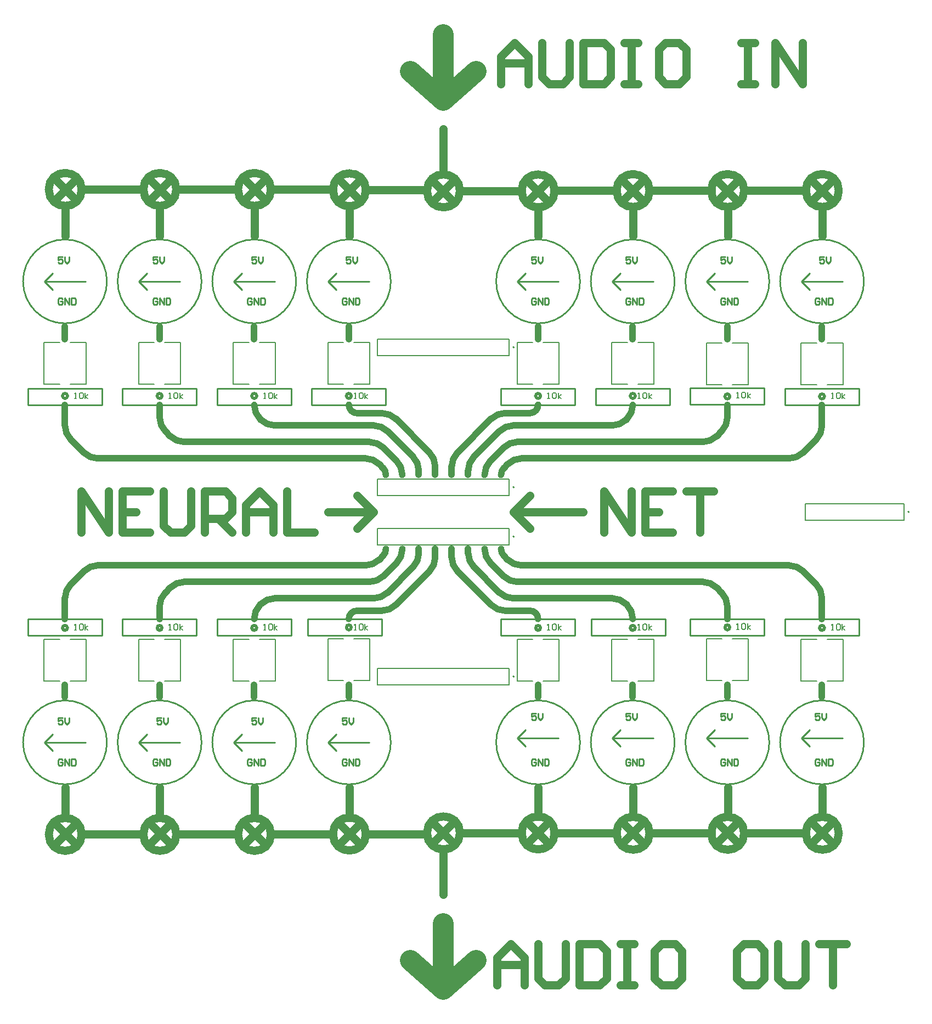
<source format=gbr>
%TF.GenerationSoftware,Altium Limited,Altium Designer,24.0.1 (36)*%
G04 Layer_Color=16777215*
%FSLAX45Y45*%
%MOMM*%
%TF.SameCoordinates,30B9EBA5-48D0-47E5-9341-C4D43BC7BEBE*%
%TF.FilePolarity,Positive*%
%TF.FileFunction,Legend,Top*%
%TF.Part,Single*%
G01*
G75*
%TA.AperFunction,NonConductor*%
%ADD16C,0.20000*%
%ADD17C,1.27000*%
%ADD18C,0.25400*%
%ADD19C,0.50800*%
%ADD20C,1.01600*%
%ADD21C,3.17500*%
%ADD22C,0.15240*%
%ADD23C,0.20320*%
D16*
X7187000Y0D02*
G03*
X7187000Y0I-10000J0D01*
G01*
X1091000Y-2540000D02*
G03*
X1091000Y-2540000I-10000J0D01*
G01*
Y2540000D02*
G03*
X1091000Y2540000I-10000J0D01*
G01*
Y381000D02*
G03*
X1091000Y381000I-10000J0D01*
G01*
Y-381000D02*
G03*
X1091000Y-381000I-10000J0D01*
G01*
X7112000Y-127000D02*
Y127000D01*
X5588000Y-127000D02*
Y127000D01*
Y-127000D02*
X7112000D01*
X5588000Y127000D02*
X7112000D01*
X-1016000Y-2413000D02*
X1016000D01*
X-1016000Y-2667000D02*
X1016000D01*
X-1016000D02*
Y-2413000D01*
X1016000Y-2667000D02*
Y-2413000D01*
X-1016000Y2667000D02*
X1016000D01*
X-1016000Y2413000D02*
X1016000D01*
X-1016000D02*
Y2667000D01*
X1016000Y2413000D02*
Y2667000D01*
X-1016000Y508000D02*
X1016000D01*
X-1016000Y254000D02*
X1016000D01*
X-1016000D02*
Y508000D01*
X1016000Y254000D02*
Y508000D01*
X-1016000Y-254000D02*
X1016000D01*
X-1016000Y-508000D02*
X1016000D01*
X-1016000D02*
Y-254000D01*
X1016000Y-508000D02*
Y-254000D01*
D17*
X254000Y-4953000D02*
G03*
X254000Y-4953000I-254000J0D01*
G01*
X1714500D02*
G03*
X1714500Y-4953000I-254000J0D01*
G01*
X3180174Y-4958174D02*
G03*
X3180174Y-4958174I-254000J0D01*
G01*
X4640674D02*
G03*
X4640674Y-4958174I-254000J0D01*
G01*
X6101174D02*
G03*
X6101174Y-4958174I-254000J0D01*
G01*
X-5584278Y-4975151D02*
G03*
X-5584278Y-4975151I-254000J0D01*
G01*
X-4123778D02*
G03*
X-4123778Y-4975151I-254000J0D01*
G01*
X-2663278D02*
G03*
X-2663278Y-4975151I-254000J0D01*
G01*
X-1197604Y-4969976D02*
G03*
X-1197604Y-4969976I-254000J0D01*
G01*
Y4969976D02*
G03*
X-1197604Y4969976I-254000J0D01*
G01*
X-2663278Y4975151D02*
G03*
X-2663278Y4975151I-254000J0D01*
G01*
X-4123778D02*
G03*
X-4123778Y4975151I-254000J0D01*
G01*
X-5584278D02*
G03*
X-5584278Y4975151I-254000J0D01*
G01*
X6101174Y4958174D02*
G03*
X6101174Y4958174I-254000J0D01*
G01*
X4640674D02*
G03*
X4640674Y4958174I-254000J0D01*
G01*
X3180174D02*
G03*
X3180174Y4958174I-254000J0D01*
G01*
X1714500Y4953000D02*
G03*
X1714500Y4953000I-254000J0D01*
G01*
X254000D02*
G03*
X254000Y4953000I-254000J0D01*
G01*
X0Y-5905500D02*
Y-5270500D01*
X-127000Y-4826000D02*
X127000Y-5080000D01*
X-129549Y-5072200D02*
X124451Y-4818200D01*
X1330951Y-5072200D02*
X1584951Y-4818200D01*
X1333500Y-4826000D02*
X1587500Y-5080000D01*
X1460500Y-4699000D02*
Y-4254500D01*
X317500Y-4953000D02*
X1206500D01*
X1783174Y-4958174D02*
X2672174D01*
X2926174Y-4704174D02*
Y-4254500D01*
X2799174Y-4831174D02*
X3053174Y-5085174D01*
X2796625Y-5077375D02*
X3050625Y-4823375D01*
X3243674Y-4958174D02*
X4132674D01*
X4386674Y-4704174D02*
Y-4254500D01*
X4259674Y-4831174D02*
X4513674Y-5085174D01*
X4257125Y-5077375D02*
X4511125Y-4823375D01*
X4704174Y-4958174D02*
X5593174D01*
X5847174Y-4704174D02*
Y-4254500D01*
X5720174Y-4831174D02*
X5974174Y-5085174D01*
X5717625Y-5077375D02*
X5971625Y-4823375D01*
X-5962729Y-4840351D02*
X-5708729Y-5094351D01*
X-5965278Y-5102151D02*
X-5711278Y-4848151D01*
X-5838278Y-4721151D02*
Y-4254500D01*
X-5584278Y-4975151D02*
X-4695278D01*
X-4502229Y-4840351D02*
X-4248229Y-5094351D01*
X-4504778Y-5102151D02*
X-4250778Y-4848151D01*
X-4377778Y-4721151D02*
Y-4254500D01*
X-4123778Y-4975151D02*
X-3234778D01*
X-3041729Y-4840351D02*
X-2787729Y-5094351D01*
X-3044278Y-5102151D02*
X-2790278Y-4848151D01*
X-2917278Y-4721151D02*
Y-4254500D01*
X-2663278Y-4975151D02*
X-1774278D01*
X-1197604Y-4969976D02*
X-308604D01*
X-1451604Y-4715976D02*
Y-4254500D01*
X-1578604Y-5096976D02*
X-1324604Y-4842976D01*
X-1576055Y-4835177D02*
X-1322055Y-5089177D01*
X-1576055Y4835177D02*
X-1322055Y5089177D01*
X-1578604Y5096976D02*
X-1324604Y4842976D01*
X-1451604Y4254500D02*
Y4715976D01*
X-1197604Y4969976D02*
X-308604D01*
X-2663278Y4975151D02*
X-1774278D01*
X-2917278Y4254500D02*
Y4721151D01*
X-3044278Y5102151D02*
X-2790278Y4848151D01*
X-3041729Y4840351D02*
X-2787729Y5094351D01*
X-4123778Y4975151D02*
X-3234778D01*
X-4377778Y4254500D02*
Y4721151D01*
X-4504778Y5102151D02*
X-4250778Y4848151D01*
X-4502229Y4840351D02*
X-4248229Y5094351D01*
X-5584278Y4975151D02*
X-4695278D01*
X-5838278Y4254500D02*
Y4721151D01*
X-5965278Y5102151D02*
X-5711278Y4848151D01*
X-5962729Y4840351D02*
X-5708729Y5094351D01*
X5717625Y5077375D02*
X5971625Y4823375D01*
X5720174Y4831174D02*
X5974174Y5085174D01*
X5847174Y4254500D02*
Y4704174D01*
X4704174Y4958174D02*
X5593174D01*
X4257125Y5077375D02*
X4511125Y4823375D01*
X4259674Y4831174D02*
X4513674Y5085174D01*
X4386674Y4254500D02*
Y4704174D01*
X3243674Y4958174D02*
X4132674D01*
X2796625Y5077375D02*
X3050625Y4823375D01*
X2799174Y4831174D02*
X3053174Y5085174D01*
X2926174Y4254500D02*
Y4704174D01*
X1783174Y4958174D02*
X2672174D01*
X317500Y4953000D02*
X1206500D01*
X1460500Y4254500D02*
Y4699000D01*
X1333500Y4826000D02*
X1587500Y5080000D01*
X1330951Y5072200D02*
X1584951Y4818200D01*
X-129549Y5072200D02*
X124451Y4818200D01*
X-127000Y4826000D02*
X127000Y5080000D01*
X0Y5270500D02*
Y5905500D01*
X1079500Y0D02*
X2159000D01*
X1079500D02*
X1333500Y-254000D01*
X1079500Y0D02*
X1333500Y254000D01*
X-1333500D02*
X-1079500Y0D01*
X-1333500Y-254000D02*
X-1079500Y0D01*
X-1778000D02*
X-1079500D01*
X-5588000Y-317500D02*
Y317295D01*
X-5164803Y-317500D01*
Y317295D01*
X-4530009D02*
X-4953205D01*
Y-317500D01*
X-4530009D01*
X-4953205Y-103D02*
X-4741607D01*
X-4318410Y317295D02*
Y-211701D01*
X-4212611Y-317500D01*
X-4001013D01*
X-3895214Y-211701D01*
Y317295D01*
X-3683616Y-317500D02*
Y317295D01*
X-3366218D01*
X-3260419Y211496D01*
Y-103D01*
X-3366218Y-105902D01*
X-3683616D01*
X-3472017D02*
X-3260419Y-317500D01*
X-3048821D02*
Y105697D01*
X-2837223Y317295D01*
X-2625624Y105697D01*
Y-317500D01*
Y-103D01*
X-3048821D01*
X-2414026Y317295D02*
Y-317500D01*
X-1990830D01*
X889000Y6604000D02*
Y7027197D01*
X1100598Y7238795D01*
X1312197Y7027197D01*
Y6604000D01*
Y6921397D01*
X889000D01*
X1523795Y7238795D02*
Y6709799D01*
X1629594Y6604000D01*
X1841192D01*
X1946991Y6709799D01*
Y7238795D01*
X2158590D02*
Y6604000D01*
X2475987D01*
X2581786Y6709799D01*
Y7132996D01*
X2475987Y7238795D01*
X2158590D01*
X2793384D02*
X3004983D01*
X2899183D01*
Y6604000D01*
X2793384D01*
X3004983D01*
X3639777Y7238795D02*
X3428179D01*
X3322380Y7132996D01*
Y6709799D01*
X3428179Y6604000D01*
X3639777D01*
X3745576Y6709799D01*
Y7132996D01*
X3639777Y7238795D01*
X4591969D02*
X4803568D01*
X4697769D01*
Y6604000D01*
X4591969D01*
X4803568D01*
X5120965D02*
Y7238795D01*
X5544162Y6604000D01*
Y7238795D01*
X825500Y-7302500D02*
Y-6879303D01*
X1037098Y-6667705D01*
X1248697Y-6879303D01*
Y-7302500D01*
Y-6985103D01*
X825500D01*
X1460295Y-6667705D02*
Y-7196701D01*
X1566094Y-7302500D01*
X1777692D01*
X1883491Y-7196701D01*
Y-6667705D01*
X2095090D02*
Y-7302500D01*
X2412487D01*
X2518286Y-7196701D01*
Y-6773504D01*
X2412487Y-6667705D01*
X2095090D01*
X2729884D02*
X2941483D01*
X2835683D01*
Y-7302500D01*
X2729884D01*
X2941483D01*
X3576277Y-6667705D02*
X3364679D01*
X3258880Y-6773504D01*
Y-7196701D01*
X3364679Y-7302500D01*
X3576277D01*
X3682076Y-7196701D01*
Y-6773504D01*
X3576277Y-6667705D01*
X4845867D02*
X4634269D01*
X4528469Y-6773504D01*
Y-7196701D01*
X4634269Y-7302500D01*
X4845867D01*
X4951666Y-7196701D01*
Y-6773504D01*
X4845867Y-6667705D01*
X5163264D02*
Y-7196701D01*
X5269063Y-7302500D01*
X5480662D01*
X5586461Y-7196701D01*
Y-6667705D01*
X5798059D02*
X6221256D01*
X6009657D01*
Y-7302500D01*
X2476500Y-317500D02*
Y317295D01*
X2899697Y-317500D01*
Y317295D01*
X3534491D02*
X3111295D01*
Y-317500D01*
X3534491D01*
X3111295Y-103D02*
X3322893D01*
X3746090Y317295D02*
X4169286D01*
X3957688D01*
Y-317500D01*
D18*
X5029076Y3556000D02*
G03*
X5029076Y3556000I-647576J0D01*
G01*
X3568576D02*
G03*
X3568576Y3556000I-647576J0D01*
G01*
X2108076D02*
G03*
X2108076Y3556000I-647576J0D01*
G01*
X-812924D02*
G03*
X-812924Y3556000I-647576J0D01*
G01*
X-2273424D02*
G03*
X-2273424Y3556000I-647576J0D01*
G01*
X-3733924D02*
G03*
X-3733924Y3556000I-647576J0D01*
G01*
X-5194424D02*
G03*
X-5194424Y3556000I-647576J0D01*
G01*
X6489576Y-3556000D02*
G03*
X6489576Y-3556000I-647576J0D01*
G01*
X5029076D02*
G03*
X5029076Y-3556000I-647576J0D01*
G01*
X3568576D02*
G03*
X3568576Y-3556000I-647576J0D01*
G01*
X2108076D02*
G03*
X2108076Y-3556000I-647576J0D01*
G01*
X-812924D02*
G03*
X-812924Y-3556000I-647576J0D01*
G01*
X-2273424D02*
G03*
X-2273424Y-3556000I-647576J0D01*
G01*
X-3733924D02*
G03*
X-3733924Y-3556000I-647576J0D01*
G01*
X-5194424D02*
G03*
X-5194424Y-3556000I-647576J0D01*
G01*
X6489576Y3556000D02*
G03*
X6489576Y3556000I-647576J0D01*
G01*
X5524500Y-3492500D02*
X5651500Y-3619500D01*
X5524500Y-3492500D02*
X5651500Y-3365500D01*
X5524500Y-3492500D02*
X6159500D01*
X4064000D02*
X4191000Y-3619500D01*
X4064000Y-3492500D02*
X4191000Y-3365500D01*
X4064000Y-3492500D02*
X4699000D01*
X2603500D02*
X2730500Y-3619500D01*
X2603500Y-3492500D02*
X2730500Y-3365500D01*
X2603500Y-3492500D02*
X3238500D01*
X1143000D02*
X1270000Y-3619500D01*
X1143000Y-3492500D02*
X1270000Y-3365500D01*
X1143000Y-3492500D02*
X1778000D01*
X-1778000Y-3556000D02*
X-1651000Y-3683000D01*
X-1778000Y-3556000D02*
X-1651000Y-3429000D01*
X-1778000Y-3556000D02*
X-1143000D01*
X-3238500D02*
X-3111500Y-3683000D01*
X-3238500Y-3556000D02*
X-3111500Y-3429000D01*
X-3238500Y-3556000D02*
X-2603500D01*
X-4699000D02*
X-4572000Y-3683000D01*
X-4699000Y-3556000D02*
X-4572000Y-3429000D01*
X-4699000Y-3556000D02*
X-4064000D01*
X-6159500D02*
X-5524500D01*
X-6159500D02*
X-6032500Y-3429000D01*
X-6159500Y-3556000D02*
X-6032500Y-3683000D01*
X-6159500Y3556000D02*
X-5524500D01*
X-6159500D02*
X-6032500Y3683000D01*
X-6159500Y3556000D02*
X-6032500Y3429000D01*
X-4699000Y3556000D02*
X-4064000D01*
X-4699000D02*
X-4572000Y3683000D01*
X-4699000Y3556000D02*
X-4572000Y3429000D01*
X-3238500Y3556000D02*
X-2603500D01*
X-3238500D02*
X-3111500Y3683000D01*
X-3238500Y3556000D02*
X-3111500Y3429000D01*
X-1778000Y3556000D02*
X-1143000D01*
X-1778000D02*
X-1651000Y3683000D01*
X-1778000Y3556000D02*
X-1651000Y3429000D01*
X1143000Y3556000D02*
X1778000D01*
X1143000D02*
X1270000Y3683000D01*
X1143000Y3556000D02*
X1270000Y3429000D01*
X2603500Y3556000D02*
X3238500D01*
X2603500D02*
X2730500Y3683000D01*
X2603500Y3556000D02*
X2730500Y3429000D01*
X4064000Y3556000D02*
X4699000D01*
X4064000D02*
X4191000Y3683000D01*
X4064000Y3556000D02*
X4191000Y3429000D01*
X-5270500Y1651000D02*
Y1905000D01*
X-6413500Y1651000D02*
X-5270500D01*
X-6413500Y1905000D02*
X-5270500D01*
X-6413500Y1651000D02*
Y1905000D01*
X-3492500Y1651000D02*
Y1905000D01*
X-2349500D01*
X-3492500Y1651000D02*
X-2349500D01*
Y1905000D01*
X-2032000Y1651000D02*
Y1905000D01*
X-889000D01*
X-2032000Y1651000D02*
X-889000D01*
Y1905000D01*
X-4953000Y1651000D02*
Y1905000D01*
X-3810000D01*
X-4953000Y1651000D02*
X-3810000D01*
Y1905000D01*
X6413500Y-1905000D02*
Y-1651000D01*
X5270500Y-1905000D02*
X6413500D01*
X5270500Y-1651000D02*
X6413500D01*
X5270500Y-1905000D02*
Y-1651000D01*
X4953000Y-1905000D02*
Y-1651000D01*
X3810000Y-1905000D02*
X4953000D01*
X3810000Y-1651000D02*
X4953000D01*
X3810000Y-1905000D02*
Y-1651000D01*
X3429000Y-1905000D02*
Y-1651000D01*
X2286000Y-1905000D02*
X3429000D01*
X2286000Y-1651000D02*
X3429000D01*
X2286000Y-1905000D02*
Y-1651000D01*
X2032000Y-1905000D02*
Y-1651000D01*
X889000Y-1905000D02*
X2032000D01*
X889000Y-1651000D02*
X2032000D01*
X889000Y-1905000D02*
Y-1651000D01*
X-952500Y-1905000D02*
Y-1651000D01*
X-2095500Y-1905000D02*
X-952500D01*
X-2095500Y-1651000D02*
X-952500D01*
X-2095500Y-1905000D02*
Y-1651000D01*
X-2349500Y-1905000D02*
Y-1651000D01*
X-3492500Y-1905000D02*
X-2349500D01*
X-3492500Y-1651000D02*
X-2349500D01*
X-3492500Y-1905000D02*
Y-1651000D01*
X-3810000Y-1905000D02*
Y-1651000D01*
X-4953000Y-1905000D02*
X-3810000D01*
X-4953000Y-1651000D02*
X-3810000D01*
X-4953000Y-1905000D02*
Y-1651000D01*
X-5270500Y-1905000D02*
Y-1651000D01*
X-6413500Y-1905000D02*
X-5270500D01*
X-6413500Y-1651000D02*
X-5270500D01*
X-6413500Y-1905000D02*
Y-1651000D01*
X5524500Y3556000D02*
X5651500Y3429000D01*
X5524500Y3556000D02*
X5651500Y3683000D01*
X5524500Y3556000D02*
X6159500D01*
X4953000Y1654620D02*
Y1908620D01*
X3810000Y1654620D02*
X4953000D01*
X3810000Y1908620D02*
X4953000D01*
X3810000Y1654620D02*
Y1908620D01*
X2032000Y1651000D02*
Y1905000D01*
X889000Y1651000D02*
X2032000D01*
X889000Y1905000D02*
X2032000D01*
X889000Y1651000D02*
Y1905000D01*
X3492500Y1651000D02*
Y1905000D01*
X2349500Y1651000D02*
X3492500D01*
X2349500Y1905000D02*
X3492500D01*
X2349500Y1651000D02*
Y1905000D01*
X6413500Y1651000D02*
Y1905000D01*
X5270500Y1651000D02*
X6413500D01*
X5270500Y1905000D02*
X6413500D01*
X5270500Y1651000D02*
Y1905000D01*
X-2955955Y-3828294D02*
X-2972616Y-3811632D01*
X-3005939D01*
X-3022600Y-3828294D01*
Y-3894939D01*
X-3005939Y-3911600D01*
X-2972616D01*
X-2955955Y-3894939D01*
Y-3861616D01*
X-2989277D01*
X-2922632Y-3911600D02*
Y-3811632D01*
X-2855987Y-3911600D01*
Y-3811632D01*
X-2822664D02*
Y-3911600D01*
X-2772681D01*
X-2756019Y-3894939D01*
Y-3828294D01*
X-2772681Y-3811632D01*
X-2822664D01*
X5807045Y-3113132D02*
X5740400D01*
Y-3163116D01*
X5773723Y-3146455D01*
X5790384D01*
X5807045Y-3163116D01*
Y-3196439D01*
X5790384Y-3213100D01*
X5757061D01*
X5740400Y-3196439D01*
X5840368Y-3113132D02*
Y-3179777D01*
X5873690Y-3213100D01*
X5907013Y-3179777D01*
Y-3113132D01*
X2886045Y-3828294D02*
X2869384Y-3811632D01*
X2836061D01*
X2819400Y-3828294D01*
Y-3894939D01*
X2836061Y-3911600D01*
X2869384D01*
X2886045Y-3894939D01*
Y-3861616D01*
X2852723D01*
X2919368Y-3911600D02*
Y-3811632D01*
X2986013Y-3911600D01*
Y-3811632D01*
X3019336D02*
Y-3911600D01*
X3069319D01*
X3085981Y-3894939D01*
Y-3828294D01*
X3069319Y-3811632D01*
X3019336D01*
X4346545Y-3113132D02*
X4279900D01*
Y-3163116D01*
X4313223Y-3146455D01*
X4329884D01*
X4346545Y-3163116D01*
Y-3196439D01*
X4329884Y-3213100D01*
X4296561D01*
X4279900Y-3196439D01*
X4379868Y-3113132D02*
Y-3179777D01*
X4413190Y-3213100D01*
X4446513Y-3179777D01*
Y-3113132D01*
X4346545Y3935368D02*
X4279900D01*
Y3885384D01*
X4313223Y3902045D01*
X4329884D01*
X4346545Y3885384D01*
Y3852061D01*
X4329884Y3835400D01*
X4296561D01*
X4279900Y3852061D01*
X4379868Y3935368D02*
Y3868723D01*
X4413190Y3835400D01*
X4446513Y3868723D01*
Y3935368D01*
X1425545Y3283706D02*
X1408884Y3300368D01*
X1375561D01*
X1358900Y3283706D01*
Y3217061D01*
X1375561Y3200400D01*
X1408884D01*
X1425545Y3217061D01*
Y3250384D01*
X1392223D01*
X1458868Y3200400D02*
Y3300368D01*
X1525513Y3200400D01*
Y3300368D01*
X1558836D02*
Y3200400D01*
X1608819D01*
X1625481Y3217061D01*
Y3283706D01*
X1608819Y3300368D01*
X1558836D01*
X5870545Y3935368D02*
X5803900D01*
Y3885384D01*
X5837223Y3902045D01*
X5853884D01*
X5870545Y3885384D01*
Y3852061D01*
X5853884Y3835400D01*
X5820561D01*
X5803900Y3852061D01*
X5903868Y3935368D02*
Y3868723D01*
X5937190Y3835400D01*
X5970513Y3868723D01*
Y3935368D01*
X4346545Y-3828294D02*
X4329884Y-3811632D01*
X4296561D01*
X4279900Y-3828294D01*
Y-3894939D01*
X4296561Y-3911600D01*
X4329884D01*
X4346545Y-3894939D01*
Y-3861616D01*
X4313223D01*
X4379868Y-3911600D02*
Y-3811632D01*
X4446513Y-3911600D01*
Y-3811632D01*
X4479836D02*
Y-3911600D01*
X4529819D01*
X4546481Y-3894939D01*
Y-3828294D01*
X4529819Y-3811632D01*
X4479836D01*
X-4416455Y-3828294D02*
X-4433116Y-3811632D01*
X-4466439D01*
X-4483100Y-3828294D01*
Y-3894939D01*
X-4466439Y-3911600D01*
X-4433116D01*
X-4416455Y-3894939D01*
Y-3861616D01*
X-4449777D01*
X-4383132Y-3911600D02*
Y-3811632D01*
X-4316487Y-3911600D01*
Y-3811632D01*
X-4283164D02*
Y-3911600D01*
X-4233181D01*
X-4216519Y-3894939D01*
Y-3828294D01*
X-4233181Y-3811632D01*
X-4283164D01*
X4346545Y3283706D02*
X4329884Y3300368D01*
X4296561D01*
X4279900Y3283706D01*
Y3217061D01*
X4296561Y3200400D01*
X4329884D01*
X4346545Y3217061D01*
Y3250384D01*
X4313223D01*
X4379868Y3200400D02*
Y3300368D01*
X4446513Y3200400D01*
Y3300368D01*
X4479836D02*
Y3200400D01*
X4529819D01*
X4546481Y3217061D01*
Y3283706D01*
X4529819Y3300368D01*
X4479836D01*
X5807045Y-3828294D02*
X5790384Y-3811632D01*
X5757061D01*
X5740400Y-3828294D01*
Y-3894939D01*
X5757061Y-3911600D01*
X5790384D01*
X5807045Y-3894939D01*
Y-3861616D01*
X5773723D01*
X5840368Y-3911600D02*
Y-3811632D01*
X5907013Y-3911600D01*
Y-3811632D01*
X5940336D02*
Y-3911600D01*
X5990319D01*
X6006981Y-3894939D01*
Y-3828294D01*
X5990319Y-3811632D01*
X5940336D01*
X1425545Y-3828294D02*
X1408884Y-3811632D01*
X1375561D01*
X1358900Y-3828294D01*
Y-3894939D01*
X1375561Y-3911600D01*
X1408884D01*
X1425545Y-3894939D01*
Y-3861616D01*
X1392223D01*
X1458868Y-3911600D02*
Y-3811632D01*
X1525513Y-3911600D01*
Y-3811632D01*
X1558836D02*
Y-3911600D01*
X1608819D01*
X1625481Y-3894939D01*
Y-3828294D01*
X1608819Y-3811632D01*
X1558836D01*
X-5876955Y-3828294D02*
X-5893616Y-3811632D01*
X-5926939D01*
X-5943600Y-3828294D01*
Y-3894939D01*
X-5926939Y-3911600D01*
X-5893616D01*
X-5876955Y-3894939D01*
Y-3861616D01*
X-5910277D01*
X-5843632Y-3911600D02*
Y-3811632D01*
X-5776987Y-3911600D01*
Y-3811632D01*
X-5743664D02*
Y-3911600D01*
X-5693681D01*
X-5677019Y-3894939D01*
Y-3828294D01*
X-5693681Y-3811632D01*
X-5743664D01*
X-5876955Y3935368D02*
X-5943600D01*
Y3885384D01*
X-5910277Y3902045D01*
X-5893616D01*
X-5876955Y3885384D01*
Y3852061D01*
X-5893616Y3835400D01*
X-5926939D01*
X-5943600Y3852061D01*
X-5843632Y3935368D02*
Y3868723D01*
X-5810310Y3835400D01*
X-5776987Y3868723D01*
Y3935368D01*
X-4416455D02*
X-4483100D01*
Y3885384D01*
X-4449777Y3902045D01*
X-4433116D01*
X-4416455Y3885384D01*
Y3852061D01*
X-4433116Y3835400D01*
X-4466439D01*
X-4483100Y3852061D01*
X-4383132Y3935368D02*
Y3868723D01*
X-4349810Y3835400D01*
X-4316487Y3868723D01*
Y3935368D01*
X-1495455Y-3176632D02*
X-1562100D01*
Y-3226616D01*
X-1528777Y-3209955D01*
X-1512116D01*
X-1495455Y-3226616D01*
Y-3259939D01*
X-1512116Y-3276600D01*
X-1545439D01*
X-1562100Y-3259939D01*
X-1462132Y-3176632D02*
Y-3243277D01*
X-1428810Y-3276600D01*
X-1395487Y-3243277D01*
Y-3176632D01*
X2886045Y3283706D02*
X2869384Y3300368D01*
X2836061D01*
X2819400Y3283706D01*
Y3217061D01*
X2836061Y3200400D01*
X2869384D01*
X2886045Y3217061D01*
Y3250384D01*
X2852723D01*
X2919368Y3200400D02*
Y3300368D01*
X2986013Y3200400D01*
Y3300368D01*
X3019336D02*
Y3200400D01*
X3069319D01*
X3085981Y3217061D01*
Y3283706D01*
X3069319Y3300368D01*
X3019336D01*
X2886045Y3935368D02*
X2819400D01*
Y3885384D01*
X2852723Y3902045D01*
X2869384D01*
X2886045Y3885384D01*
Y3852061D01*
X2869384Y3835400D01*
X2836061D01*
X2819400Y3852061D01*
X2919368Y3935368D02*
Y3868723D01*
X2952690Y3835400D01*
X2986013Y3868723D01*
Y3935368D01*
X-2955955Y3283706D02*
X-2972616Y3300368D01*
X-3005939D01*
X-3022600Y3283706D01*
Y3217061D01*
X-3005939Y3200400D01*
X-2972616D01*
X-2955955Y3217061D01*
Y3250384D01*
X-2989277D01*
X-2922632Y3200400D02*
Y3300368D01*
X-2855987Y3200400D01*
Y3300368D01*
X-2822664D02*
Y3200400D01*
X-2772681D01*
X-2756019Y3217061D01*
Y3283706D01*
X-2772681Y3300368D01*
X-2822664D01*
X-5876955Y3283706D02*
X-5893616Y3300368D01*
X-5926939D01*
X-5943600Y3283706D01*
Y3217061D01*
X-5926939Y3200400D01*
X-5893616D01*
X-5876955Y3217061D01*
Y3250384D01*
X-5910277D01*
X-5843632Y3200400D02*
Y3300368D01*
X-5776987Y3200400D01*
Y3300368D01*
X-5743664D02*
Y3200400D01*
X-5693681D01*
X-5677019Y3217061D01*
Y3283706D01*
X-5693681Y3300368D01*
X-5743664D01*
X-2892455Y3935368D02*
X-2959100D01*
Y3885384D01*
X-2925777Y3902045D01*
X-2909116D01*
X-2892455Y3885384D01*
Y3852061D01*
X-2909116Y3835400D01*
X-2942439D01*
X-2959100Y3852061D01*
X-2859132Y3935368D02*
Y3868723D01*
X-2825810Y3835400D01*
X-2792487Y3868723D01*
Y3935368D01*
X-1495455Y3283706D02*
X-1512116Y3300368D01*
X-1545439D01*
X-1562100Y3283706D01*
Y3217061D01*
X-1545439Y3200400D01*
X-1512116D01*
X-1495455Y3217061D01*
Y3250384D01*
X-1528777D01*
X-1462132Y3200400D02*
Y3300368D01*
X-1395487Y3200400D01*
Y3300368D01*
X-1362164D02*
Y3200400D01*
X-1312181D01*
X-1295519Y3217061D01*
Y3283706D01*
X-1312181Y3300368D01*
X-1362164D01*
X-1495455Y-3828294D02*
X-1512116Y-3811632D01*
X-1545439D01*
X-1562100Y-3828294D01*
Y-3894939D01*
X-1545439Y-3911600D01*
X-1512116D01*
X-1495455Y-3894939D01*
Y-3861616D01*
X-1528777D01*
X-1462132Y-3911600D02*
Y-3811632D01*
X-1395487Y-3911600D01*
Y-3811632D01*
X-1362164D02*
Y-3911600D01*
X-1312181D01*
X-1295519Y-3894939D01*
Y-3828294D01*
X-1312181Y-3811632D01*
X-1362164D01*
X1425545Y3935368D02*
X1358900D01*
Y3885384D01*
X1392223Y3902045D01*
X1408884D01*
X1425545Y3885384D01*
Y3852061D01*
X1408884Y3835400D01*
X1375561D01*
X1358900Y3852061D01*
X1458868Y3935368D02*
Y3868723D01*
X1492190Y3835400D01*
X1525513Y3868723D01*
Y3935368D01*
X2886045Y-3113132D02*
X2819400D01*
Y-3163116D01*
X2852723Y-3146455D01*
X2869384D01*
X2886045Y-3163116D01*
Y-3196439D01*
X2869384Y-3213100D01*
X2836061D01*
X2819400Y-3196439D01*
X2919368Y-3113132D02*
Y-3179777D01*
X2952690Y-3213100D01*
X2986013Y-3179777D01*
Y-3113132D01*
X-5876955Y-3176632D02*
X-5943600D01*
Y-3226616D01*
X-5910277Y-3209955D01*
X-5893616D01*
X-5876955Y-3226616D01*
Y-3259939D01*
X-5893616Y-3276600D01*
X-5926939D01*
X-5943600Y-3259939D01*
X-5843632Y-3176632D02*
Y-3243277D01*
X-5810310Y-3276600D01*
X-5776987Y-3243277D01*
Y-3176632D01*
X1425545Y-3113132D02*
X1358900D01*
Y-3163116D01*
X1392223Y-3146455D01*
X1408884D01*
X1425545Y-3163116D01*
Y-3196439D01*
X1408884Y-3213100D01*
X1375561D01*
X1358900Y-3196439D01*
X1458868Y-3113132D02*
Y-3179777D01*
X1492190Y-3213100D01*
X1525513Y-3179777D01*
Y-3113132D01*
X5807045Y3283706D02*
X5790384Y3300368D01*
X5757061D01*
X5740400Y3283706D01*
Y3217061D01*
X5757061Y3200400D01*
X5790384D01*
X5807045Y3217061D01*
Y3250384D01*
X5773723D01*
X5840368Y3200400D02*
Y3300368D01*
X5907013Y3200400D01*
Y3300368D01*
X5940336D02*
Y3200400D01*
X5990319D01*
X6006981Y3217061D01*
Y3283706D01*
X5990319Y3300368D01*
X5940336D01*
X-4416455Y3283706D02*
X-4433116Y3300368D01*
X-4466439D01*
X-4483100Y3283706D01*
Y3217061D01*
X-4466439Y3200400D01*
X-4433116D01*
X-4416455Y3217061D01*
Y3250384D01*
X-4449777D01*
X-4383132Y3200400D02*
Y3300368D01*
X-4316487Y3200400D01*
Y3300368D01*
X-4283164D02*
Y3200400D01*
X-4233181D01*
X-4216519Y3217061D01*
Y3283706D01*
X-4233181Y3300368D01*
X-4283164D01*
X-2892455Y-3176632D02*
X-2959100D01*
Y-3226616D01*
X-2925777Y-3209955D01*
X-2909116D01*
X-2892455Y-3226616D01*
Y-3259939D01*
X-2909116Y-3276600D01*
X-2942439D01*
X-2959100Y-3259939D01*
X-2859132Y-3176632D02*
Y-3243277D01*
X-2825810Y-3276600D01*
X-2792487Y-3243277D01*
Y-3176632D01*
X-1431955Y3935368D02*
X-1498600D01*
Y3885384D01*
X-1465277Y3902045D01*
X-1448616D01*
X-1431955Y3885384D01*
Y3852061D01*
X-1448616Y3835400D01*
X-1481939D01*
X-1498600Y3852061D01*
X-1398632Y3935368D02*
Y3868723D01*
X-1365310Y3835400D01*
X-1331987Y3868723D01*
Y3935368D01*
X-4352955Y-3176632D02*
X-4419600D01*
Y-3226616D01*
X-4386277Y-3209955D01*
X-4369616D01*
X-4352955Y-3226616D01*
Y-3259939D01*
X-4369616Y-3276600D01*
X-4402939D01*
X-4419600Y-3259939D01*
X-4319632Y-3176632D02*
Y-3243277D01*
X-4286310Y-3276600D01*
X-4252987Y-3243277D01*
Y-3176632D01*
D19*
X-1422400Y1789620D02*
G03*
X-1422400Y1789620I-38100J0D01*
G01*
X-5803900D02*
G03*
X-5803900Y1789620I-38100J0D01*
G01*
X-4343400D02*
G03*
X-4343400Y1789620I-38100J0D01*
G01*
X-2882900D02*
G03*
X-2882900Y1789620I-38100J0D01*
G01*
X5880100Y-1789620D02*
G03*
X5880100Y-1789620I-38100J0D01*
G01*
X4419600Y-1781620D02*
G03*
X4419600Y-1781620I-38100J0D01*
G01*
X2959100Y-1789620D02*
G03*
X2959100Y-1789620I-38100J0D01*
G01*
X1498600D02*
G03*
X1498600Y-1789620I-38100J0D01*
G01*
X-1422400Y-1781620D02*
G03*
X-1422400Y-1781620I-38100J0D01*
G01*
X-2882900Y-1789620D02*
G03*
X-2882900Y-1789620I-38100J0D01*
G01*
X-4343400D02*
G03*
X-4343400Y-1789620I-38100J0D01*
G01*
X-5803900D02*
G03*
X-5803900Y-1789620I-38100J0D01*
G01*
X5880100Y1781620D02*
G03*
X5880100Y1781620I-38100J0D01*
G01*
X4419600D02*
G03*
X4419600Y1781620I-38100J0D01*
G01*
X2959100Y1789620D02*
G03*
X2959100Y1789620I-38100J0D01*
G01*
X1498600D02*
G03*
X1498600Y1789620I-38100J0D01*
G01*
D20*
X-933901Y-679901D02*
G03*
X-889000Y-571500I-108401J108401D01*
G01*
X-1206500Y-825500D02*
G03*
X-989698Y-735698I0J306605D01*
G01*
X-5334000Y-825500D02*
G03*
X-5550802Y-915302I0J-306605D01*
G01*
X-5752198Y-1116698D02*
G03*
X-5842000Y-1333500I216802J-216802D01*
G01*
X-724802Y-788302D02*
G03*
X-635000Y-571500I-216802J216802D01*
G01*
X-1143000Y-1079500D02*
G03*
X-926198Y-989698I0J306605D01*
G01*
X-4000500Y-1079500D02*
G03*
X-4217302Y-1169302I0J-306605D01*
G01*
X-4291698Y-1243698D02*
G03*
X-4381500Y-1460500I216802J-216802D01*
G01*
X-470802Y-851802D02*
G03*
X-381000Y-635000I-216802J216802D01*
G01*
X-1079500Y-1333500D02*
G03*
X-862698Y-1243698I0J306605D01*
G01*
X-2603500Y-1333500D02*
G03*
X-2820302Y-1423302I0J-306605D01*
G01*
X-2831198Y-1434198D02*
G03*
X-2921000Y-1651000I216802J-216802D01*
G01*
X-216802Y-915302D02*
G03*
X-127000Y-698500I-216802J216802D01*
G01*
X-952500Y-1524000D02*
G03*
X-735698Y-1434198I0J306605D01*
G01*
X-1333500Y-1524000D02*
G03*
X-1460500Y-1651000I0J-127000D01*
G01*
X1460500D02*
G03*
X1333500Y-1524000I-127000J0D01*
G01*
X735698Y-1434198D02*
G03*
X952500Y-1524000I216802J216802D01*
G01*
X127000Y-698500D02*
G03*
X216802Y-915302I306605J0D01*
G01*
X2921000Y-1651000D02*
G03*
X2831198Y-1434198I-306605J0D01*
G01*
X2820302Y-1423302D02*
G03*
X2603500Y-1333500I-216802J-216802D01*
G01*
X862698Y-1243698D02*
G03*
X1079500Y-1333500I216802J216802D01*
G01*
X381000Y-635000D02*
G03*
X470802Y-851802I306605J0D01*
G01*
X4381500Y-1460500D02*
G03*
X4291698Y-1243698I-306605J0D01*
G01*
X4217302Y-1169302D02*
G03*
X4000500Y-1079500I-216802J-216802D01*
G01*
X926198Y-989698D02*
G03*
X1143000Y-1079500I216802J216802D01*
G01*
X635000Y-571500D02*
G03*
X724802Y-788302I306605J0D01*
G01*
X5842000Y-1333500D02*
G03*
X5752198Y-1116698I-306605J0D01*
G01*
X5550802Y-915302D02*
G03*
X5334000Y-825500I-216802J-216802D01*
G01*
X989698Y-735698D02*
G03*
X1206500Y-825500I216802J216802D01*
G01*
X889000Y-571500D02*
G03*
X933901Y-679901I153303J0D01*
G01*
Y679901D02*
G03*
X889000Y571500I108401J-108401D01*
G01*
X1206500Y825500D02*
G03*
X989698Y735698I0J-306605D01*
G01*
X5334000Y825500D02*
G03*
X5550802Y915302I0J306605D01*
G01*
X5752198Y1116698D02*
G03*
X5842000Y1333500I-216802J216802D01*
G01*
X724802Y788302D02*
G03*
X635000Y571500I216802J-216802D01*
G01*
X1143000Y1079500D02*
G03*
X926198Y989698I0J-306605D01*
G01*
X4000500Y1079500D02*
G03*
X4217302Y1169302I0J306605D01*
G01*
X4291698Y1243698D02*
G03*
X4381500Y1460500I-216802J216802D01*
G01*
X470802Y851802D02*
G03*
X381000Y635000I216802J-216802D01*
G01*
X1079500Y1333500D02*
G03*
X862698Y1243698I0J-306605D01*
G01*
X2603500Y1333500D02*
G03*
X2820302Y1423302I0J306605D01*
G01*
X2831198Y1434198D02*
G03*
X2921000Y1651000I-216802J216802D01*
G01*
X216802Y915302D02*
G03*
X127000Y698500I216802J-216802D01*
G01*
X952500Y1524000D02*
G03*
X735698Y1434198I0J-306605D01*
G01*
X1333500Y1524000D02*
G03*
X1460500Y1651000I0J127000D01*
G01*
X-1460500D02*
G03*
X-1333500Y1524000I127000J0D01*
G01*
X-735698Y1434198D02*
G03*
X-952500Y1524000I-216802J-216802D01*
G01*
X-127000Y698500D02*
G03*
X-216802Y915302I-306605J0D01*
G01*
X-2921000Y1651000D02*
G03*
X-2831198Y1434198I306605J0D01*
G01*
X-2820302Y1423302D02*
G03*
X-2603500Y1333500I216802J216802D01*
G01*
X-862698Y1243698D02*
G03*
X-1079500Y1333500I-216802J-216802D01*
G01*
X-381000Y635000D02*
G03*
X-470802Y851802I-306605J0D01*
G01*
X-4381500Y1460500D02*
G03*
X-4291698Y1243698I306605J0D01*
G01*
X-4217302Y1169302D02*
G03*
X-4000500Y1079500I216802J216802D01*
G01*
X-926198Y989698D02*
G03*
X-1143000Y1079500I-216802J-216802D01*
G01*
X-635000Y571500D02*
G03*
X-724802Y788302I-306605J0D01*
G01*
X-5842000Y1333500D02*
G03*
X-5752198Y1116698I306605J0D01*
G01*
X-5550802Y915302D02*
G03*
X-5334000Y825500I216802J216802D01*
G01*
X-989698Y735698D02*
G03*
X-1206500Y825500I-216802J-216802D01*
G01*
X-889000Y571500D02*
G03*
X-933901Y679901I-153303J0D01*
G01*
X-5842000Y2667000D02*
Y2857500D01*
X-4381500Y2667000D02*
Y2857500D01*
X-2921000Y2667000D02*
Y2857500D01*
X-1460500Y2667000D02*
Y2857500D01*
X1460500Y2667000D02*
Y2857500D01*
X2921000Y2667000D02*
Y2857500D01*
X4381500Y2667000D02*
Y2857500D01*
X5842000Y2667000D02*
Y2857500D01*
Y-2857500D02*
Y-2667000D01*
X4381500Y-2857500D02*
Y-2667000D01*
X2921000Y-2857500D02*
Y-2667000D01*
X1460500Y-2857500D02*
Y-2667000D01*
X-5842000Y-2857500D02*
Y-2667000D01*
X-4381500Y-2857500D02*
Y-2667000D01*
X-1460500Y-2857500D02*
Y-2667000D01*
X-2921000Y-2857500D02*
Y-2667000D01*
X-989698Y-735698D02*
X-933901Y-679901D01*
X-5334000Y-825500D02*
X-1206500D01*
X-5752198Y-1116698D02*
X-5550802Y-915302D01*
X-926198Y-989698D02*
X-724802Y-788302D01*
X-4000500Y-1079500D02*
X-1143000D01*
X-4291698Y-1243698D02*
X-4217302Y-1169302D01*
X-381000Y-635000D02*
Y-571500D01*
X-862698Y-1243698D02*
X-470802Y-851802D01*
X-2603500Y-1333500D02*
X-1079500D01*
X-2831198Y-1434198D02*
X-2820302Y-1423302D01*
X-4381500Y-1651000D02*
Y-1460500D01*
X-5842000Y-1651000D02*
Y-1333500D01*
X-127000Y-698500D02*
Y-571500D01*
X-735698Y-1434198D02*
X-216802Y-915302D01*
X-1079500Y-1524000D02*
X-952500D01*
X-1333500D02*
X-1079500D01*
X1079500D02*
X1333500D01*
X952500D02*
X1079500D01*
X216802Y-915302D02*
X735698Y-1434198D01*
X127000Y-698500D02*
Y-571500D01*
X5842000Y-1651000D02*
Y-1333500D01*
X4381500Y-1651000D02*
Y-1460500D01*
X2820302Y-1423302D02*
X2831198Y-1434198D01*
X1079500Y-1333500D02*
X2603500D01*
X470802Y-851802D02*
X862698Y-1243698D01*
X381000Y-635000D02*
Y-571500D01*
X4217302Y-1169302D02*
X4291698Y-1243698D01*
X1143000Y-1079500D02*
X4000500D01*
X724802Y-788302D02*
X926198Y-989698D01*
X5550802Y-915302D02*
X5752198Y-1116698D01*
X1206500Y-825500D02*
X5334000D01*
X933901Y-679901D02*
X989698Y-735698D01*
X933901Y679901D02*
X989698Y735698D01*
X1206500Y825500D02*
X5334000D01*
X5550802Y915302D02*
X5752198Y1116698D01*
X724802Y788302D02*
X926198Y989698D01*
X1143000Y1079500D02*
X4000500D01*
X4217302Y1169302D02*
X4291698Y1243698D01*
X381000Y571500D02*
Y635000D01*
X470802Y851802D02*
X862698Y1243698D01*
X1079500Y1333500D02*
X2603500D01*
X2820302Y1423302D02*
X2831198Y1434198D01*
X4381500Y1460500D02*
Y1651000D01*
X5842000Y1333500D02*
Y1651000D01*
X127000Y571500D02*
Y698500D01*
X216802Y915302D02*
X735698Y1434198D01*
X952500Y1524000D02*
X1079500D01*
X1333500D01*
X-1333500D02*
X-1079500D01*
X-952500D01*
X-735698Y1434198D02*
X-216802Y915302D01*
X-127000Y571500D02*
Y698500D01*
X-5842000Y1333500D02*
Y1651000D01*
X-4381500Y1460500D02*
Y1651000D01*
X-2831198Y1434198D02*
X-2820302Y1423302D01*
X-2603500Y1333500D02*
X-1079500D01*
X-862698Y1243698D02*
X-470802Y851802D01*
X-381000Y571500D02*
Y635000D01*
X-4291698Y1243698D02*
X-4217302Y1169302D01*
X-4000500Y1079500D02*
X-1143000D01*
X-926198Y989698D02*
X-724802Y788302D01*
X-5752198Y1116698D02*
X-5550802Y915302D01*
X-5334000Y825500D02*
X-1206500D01*
X-989698Y735698D02*
X-933901Y679901D01*
D21*
X0Y6413500D02*
Y7366000D01*
X-508000Y6794500D02*
X0Y6350000D01*
X508000Y6794500D01*
X0Y-7366000D02*
X508000Y-6921500D01*
X-508000D02*
X0Y-7366000D01*
Y-7302500D02*
Y-6350000D01*
D22*
X-1783080Y2612580D02*
X-1540751D01*
X-1137920Y1967420D02*
Y2612580D01*
X-1380249D02*
X-1137920D01*
X-1783080Y1967420D02*
Y2612580D01*
Y1967420D02*
X-1540751D01*
X-1380249D02*
X-1137920D01*
X-6164580Y2612580D02*
X-5922251D01*
X-5519420Y1967420D02*
Y2612580D01*
X-5761749D02*
X-5519420D01*
X-6164580Y1967420D02*
Y2612580D01*
Y1967420D02*
X-5922251D01*
X-5761749D02*
X-5519420D01*
X-4704080Y2612580D02*
X-4461751D01*
X-4058920Y1967420D02*
Y2612580D01*
X-4301249D02*
X-4058920D01*
X-4704080Y1967420D02*
Y2612580D01*
Y1967420D02*
X-4461751D01*
X-4301249D02*
X-4058920D01*
X-3243580Y2612580D02*
X-3001251D01*
X-2598420Y1967420D02*
Y2612580D01*
X-2840749D02*
X-2598420D01*
X-3243580Y1967420D02*
Y2612580D01*
Y1967420D02*
X-3001251D01*
X-2840749D02*
X-2598420D01*
X5922251Y-2612580D02*
X6164580D01*
X5519420D02*
Y-1967420D01*
Y-2612580D02*
X5761749D01*
X6164580D02*
Y-1967420D01*
X5922251D02*
X6164580D01*
X5519420D02*
X5761749D01*
X4461751Y-2604580D02*
X4704080D01*
X4058920D02*
Y-1959420D01*
Y-2604580D02*
X4301249D01*
X4704080D02*
Y-1959420D01*
X4461751D02*
X4704080D01*
X4058920D02*
X4301249D01*
X3001251Y-2612580D02*
X3243580D01*
X2598420D02*
Y-1967420D01*
Y-2612580D02*
X2840749D01*
X3243580D02*
Y-1967420D01*
X3001251D02*
X3243580D01*
X2598420D02*
X2840749D01*
X1540751Y-2612580D02*
X1783080D01*
X1137920D02*
Y-1967420D01*
Y-2612580D02*
X1380249D01*
X1783080D02*
Y-1967420D01*
X1540751D02*
X1783080D01*
X1137920D02*
X1380249D01*
X-1380249Y-2604580D02*
X-1137920D01*
X-1783080D02*
Y-1959420D01*
Y-2604580D02*
X-1540751D01*
X-1137920D02*
Y-1959420D01*
X-1380249D02*
X-1137920D01*
X-1783080D02*
X-1540751D01*
X-2840749Y-2612580D02*
X-2598420D01*
X-3243580D02*
Y-1967420D01*
Y-2612580D02*
X-3001251D01*
X-2598420D02*
Y-1967420D01*
X-2840749D02*
X-2598420D01*
X-3243580D02*
X-3001251D01*
X-4301249Y-2612580D02*
X-4058920D01*
X-4704080D02*
Y-1967420D01*
Y-2612580D02*
X-4461751D01*
X-4058920D02*
Y-1967420D01*
X-4301249D02*
X-4058920D01*
X-4704080D02*
X-4461751D01*
X-5761749Y-2612580D02*
X-5519420D01*
X-6164580D02*
Y-1967420D01*
Y-2612580D02*
X-5922251D01*
X-5519420D02*
Y-1967420D01*
X-5761749D02*
X-5519420D01*
X-6164580D02*
X-5922251D01*
X5922251Y1959420D02*
X6164580D01*
X5519420D02*
X5761749D01*
X5519420D02*
Y2604580D01*
X5922251D02*
X6164580D01*
Y1959420D02*
Y2604580D01*
X5519420D02*
X5761749D01*
X4461751Y1959420D02*
X4704080D01*
X4058920D02*
X4301249D01*
X4058920D02*
Y2604580D01*
X4461751D02*
X4704080D01*
Y1959420D02*
Y2604580D01*
X4058920D02*
X4301249D01*
X3001251Y1967420D02*
X3243580D01*
X2598420D02*
X2840749D01*
X2598420D02*
Y2612580D01*
X3001251D02*
X3243580D01*
Y1967420D02*
Y2612580D01*
X2598420D02*
X2840749D01*
X1540751Y1967420D02*
X1783080D01*
X1137920D02*
X1380249D01*
X1137920D02*
Y2612580D01*
X1540751D02*
X1783080D01*
Y1967420D02*
Y2612580D01*
X1137920D02*
X1380249D01*
D23*
X-5694680Y1750060D02*
X-5665056D01*
X-5679868D01*
Y1838931D01*
X-5694680Y1824119D01*
X-5620621D02*
X-5605809Y1838931D01*
X-5576185D01*
X-5561373Y1824119D01*
Y1764872D01*
X-5576185Y1750060D01*
X-5605809D01*
X-5620621Y1764872D01*
Y1824119D01*
X-5531749Y1750060D02*
Y1838931D01*
Y1779684D02*
X-5487314Y1809308D01*
X-5531749Y1779684D02*
X-5487314Y1750060D01*
X-4234180D02*
X-4204556D01*
X-4219368D01*
Y1838931D01*
X-4234180Y1824119D01*
X-4160121D02*
X-4145309Y1838931D01*
X-4115685D01*
X-4100873Y1824119D01*
Y1764872D01*
X-4115685Y1750060D01*
X-4145309D01*
X-4160121Y1764872D01*
Y1824119D01*
X-4071249Y1750060D02*
Y1838931D01*
Y1779684D02*
X-4026814Y1809308D01*
X-4071249Y1779684D02*
X-4026814Y1750060D01*
X-2773680D02*
X-2744056D01*
X-2758868D01*
Y1838931D01*
X-2773680Y1824119D01*
X-2699621D02*
X-2684809Y1838931D01*
X-2655185D01*
X-2640373Y1824119D01*
Y1764872D01*
X-2655185Y1750060D01*
X-2684809D01*
X-2699621Y1764872D01*
Y1824119D01*
X-2610749Y1750060D02*
Y1838931D01*
Y1779684D02*
X-2566314Y1809308D01*
X-2610749Y1779684D02*
X-2566314Y1750060D01*
X-1376680D02*
X-1347056D01*
X-1361868D01*
Y1838931D01*
X-1376680Y1824119D01*
X-1302621D02*
X-1287809Y1838931D01*
X-1258185D01*
X-1243373Y1824119D01*
Y1764872D01*
X-1258185Y1750060D01*
X-1287809D01*
X-1302621Y1764872D01*
Y1824119D01*
X-1213749Y1750060D02*
Y1838931D01*
Y1779684D02*
X-1169314Y1809308D01*
X-1213749Y1779684D02*
X-1169314Y1750060D01*
X1607820D02*
X1637444D01*
X1622632D01*
Y1838931D01*
X1607820Y1824119D01*
X1681879D02*
X1696691Y1838931D01*
X1726315D01*
X1741127Y1824119D01*
Y1764872D01*
X1726315Y1750060D01*
X1696691D01*
X1681879Y1764872D01*
Y1824119D01*
X1770751Y1750060D02*
Y1838931D01*
Y1779684D02*
X1815186Y1809308D01*
X1770751Y1779684D02*
X1815186Y1750060D01*
X3004820D02*
X3034444D01*
X3019632D01*
Y1838931D01*
X3004820Y1824119D01*
X3078879D02*
X3093691Y1838931D01*
X3123315D01*
X3138127Y1824119D01*
Y1764872D01*
X3123315Y1750060D01*
X3093691D01*
X3078879Y1764872D01*
Y1824119D01*
X3167751Y1750060D02*
Y1838931D01*
Y1779684D02*
X3212186Y1809308D01*
X3167751Y1779684D02*
X3212186Y1750060D01*
X4528820Y1758060D02*
X4558444D01*
X4543632D01*
Y1846931D01*
X4528820Y1832119D01*
X4602879D02*
X4617691Y1846931D01*
X4647315D01*
X4662127Y1832119D01*
Y1772872D01*
X4647315Y1758060D01*
X4617691D01*
X4602879Y1772872D01*
Y1832119D01*
X4691751Y1758060D02*
Y1846931D01*
Y1787684D02*
X4736186Y1817308D01*
X4691751Y1787684D02*
X4736186Y1758060D01*
X5989320Y1750060D02*
X6018944D01*
X6004132D01*
Y1838931D01*
X5989320Y1824119D01*
X6063379D02*
X6078191Y1838931D01*
X6107815D01*
X6122627Y1824119D01*
Y1764872D01*
X6107815Y1750060D01*
X6078191D01*
X6063379Y1764872D01*
Y1824119D01*
X6152251Y1750060D02*
Y1838931D01*
Y1779684D02*
X6196686Y1809308D01*
X6152251Y1779684D02*
X6196686Y1750060D01*
X5989320Y-1821180D02*
X6018944D01*
X6004132D01*
Y-1732309D01*
X5989320Y-1747121D01*
X6063379D02*
X6078191Y-1732309D01*
X6107815D01*
X6122627Y-1747121D01*
Y-1806368D01*
X6107815Y-1821180D01*
X6078191D01*
X6063379Y-1806368D01*
Y-1747121D01*
X6152251Y-1821180D02*
Y-1732309D01*
Y-1791556D02*
X6196686Y-1761932D01*
X6152251Y-1791556D02*
X6196686Y-1821180D01*
X4528820Y-1813180D02*
X4558444D01*
X4543632D01*
Y-1724309D01*
X4528820Y-1739121D01*
X4602879D02*
X4617691Y-1724309D01*
X4647315D01*
X4662127Y-1739121D01*
Y-1798368D01*
X4647315Y-1813180D01*
X4617691D01*
X4602879Y-1798368D01*
Y-1739121D01*
X4691751Y-1813180D02*
Y-1724309D01*
Y-1783556D02*
X4736186Y-1753932D01*
X4691751Y-1783556D02*
X4736186Y-1813180D01*
X3004820Y-1821180D02*
X3034444D01*
X3019632D01*
Y-1732309D01*
X3004820Y-1747121D01*
X3078879D02*
X3093691Y-1732309D01*
X3123315D01*
X3138127Y-1747121D01*
Y-1806368D01*
X3123315Y-1821180D01*
X3093691D01*
X3078879Y-1806368D01*
Y-1747121D01*
X3167751Y-1821180D02*
Y-1732309D01*
Y-1791556D02*
X3212186Y-1761932D01*
X3167751Y-1791556D02*
X3212186Y-1821180D01*
X1607820D02*
X1637444D01*
X1622632D01*
Y-1732309D01*
X1607820Y-1747121D01*
X1681879D02*
X1696691Y-1732309D01*
X1726315D01*
X1741127Y-1747121D01*
Y-1806368D01*
X1726315Y-1821180D01*
X1696691D01*
X1681879Y-1806368D01*
Y-1747121D01*
X1770751Y-1821180D02*
Y-1732309D01*
Y-1791556D02*
X1815186Y-1761932D01*
X1770751Y-1791556D02*
X1815186Y-1821180D01*
X-1376680D02*
X-1347056D01*
X-1361868D01*
Y-1732309D01*
X-1376680Y-1747121D01*
X-1302621D02*
X-1287809Y-1732309D01*
X-1258185D01*
X-1243373Y-1747121D01*
Y-1806368D01*
X-1258185Y-1821180D01*
X-1287809D01*
X-1302621Y-1806368D01*
Y-1747121D01*
X-1213749Y-1821180D02*
Y-1732309D01*
Y-1791556D02*
X-1169314Y-1761932D01*
X-1213749Y-1791556D02*
X-1169314Y-1821180D01*
X-2773680D02*
X-2744056D01*
X-2758868D01*
Y-1732309D01*
X-2773680Y-1747121D01*
X-2699621D02*
X-2684809Y-1732309D01*
X-2655185D01*
X-2640373Y-1747121D01*
Y-1806368D01*
X-2655185Y-1821180D01*
X-2684809D01*
X-2699621Y-1806368D01*
Y-1747121D01*
X-2610749Y-1821180D02*
Y-1732309D01*
Y-1791556D02*
X-2566314Y-1761932D01*
X-2610749Y-1791556D02*
X-2566314Y-1821180D01*
X-4234180D02*
X-4204556D01*
X-4219368D01*
Y-1732309D01*
X-4234180Y-1747121D01*
X-4160121D02*
X-4145309Y-1732309D01*
X-4115685D01*
X-4100873Y-1747121D01*
Y-1806368D01*
X-4115685Y-1821180D01*
X-4145309D01*
X-4160121Y-1806368D01*
Y-1747121D01*
X-4071249Y-1821180D02*
Y-1732309D01*
Y-1791556D02*
X-4026814Y-1761932D01*
X-4071249Y-1791556D02*
X-4026814Y-1821180D01*
X-5694680D02*
X-5665056D01*
X-5679868D01*
Y-1732309D01*
X-5694680Y-1747121D01*
X-5620621D02*
X-5605809Y-1732309D01*
X-5576185D01*
X-5561373Y-1747121D01*
Y-1806368D01*
X-5576185Y-1821180D01*
X-5605809D01*
X-5620621Y-1806368D01*
Y-1747121D01*
X-5531749Y-1821180D02*
Y-1732309D01*
Y-1791556D02*
X-5487314Y-1761932D01*
X-5531749Y-1791556D02*
X-5487314Y-1821180D01*
%TF.MD5,4f2fff6e4efad9c295f8772d926e297b*%
M02*

</source>
